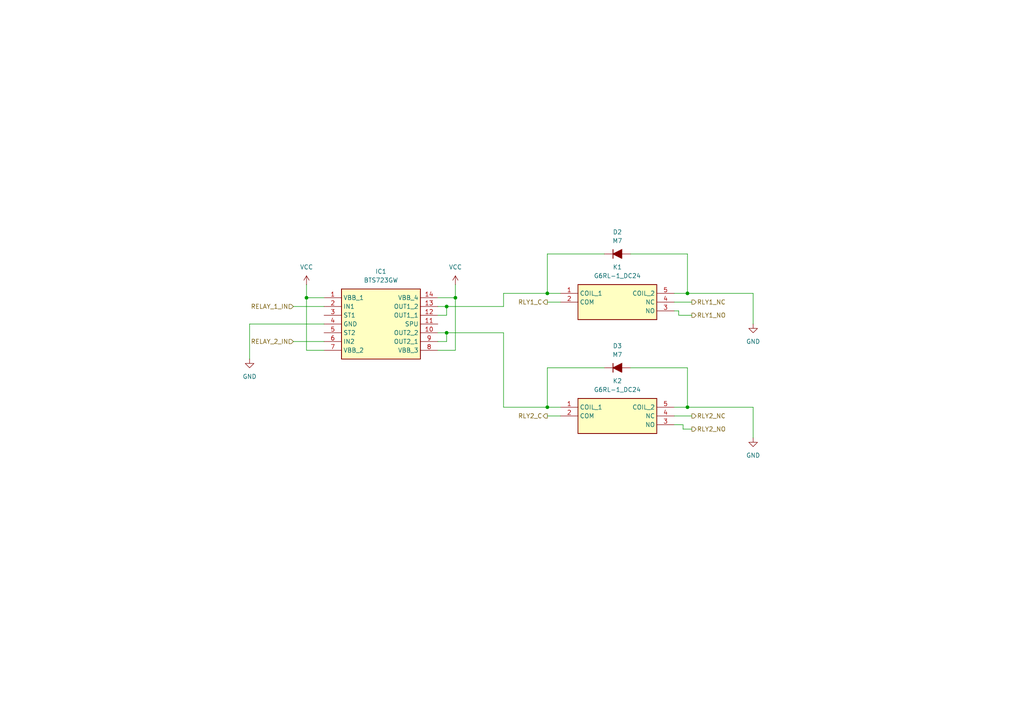
<source format=kicad_sch>
(kicad_sch (version 20250114) (generator "eeschema") (generator_version "9.0")
  (paper "A4")
  (lib_symbols
    (symbol "G6RL-1_DC24_1"
      (property "Reference" "K1" (at 16.51 7.62 0))
      (property "Value" "G6RL-1_DC24" (at 16.51 5.08 0))
      (symbol "G6RL-1_DC24_1_1_1"
        (rectangle (start 5.08 2.54) (end 27.94 -7.62) (stroke (width 0.254)) (fill (type background)))
        (pin passive line (at 0 0 0) (length 5.08) (name "COIL_1") (number "1"))
        (pin passive line (at 0 -2.54 0) (length 5.08) (name "COM") (number "2"))
        (pin passive line (at 33.02 0 180) (length 5.08) (name "COIL_2") (number "5"))
        (pin passive line (at 33.02 -2.54 180) (length 5.08) (name "NC") (number "4"))
        (pin passive line (at 33.02 -5.08 180) (length 5.08) (name "NO") (number "3"))
      )
    )
    (symbol "PCM_Diode_AKL:M7" (pin_numbers (hide yes)) (pin_names (offset 1.016) (hide yes))
      (property "Reference" "D" (at 0 5.08 0))
      (property "Value" "M7" (at 0 2.54 0))
      (symbol "M7_0_1"
        (polyline (pts (xy -1.27 1.27) (xy -1.27 -1.27) (xy 1.27 0) (xy -1.27 1.27)) (stroke (width 0.254)) (fill (type outline)))
        (polyline (pts (xy -1.27 0) (xy 1.27 0)))
        (polyline (pts (xy 1.27 1.27) (xy 1.27 -1.27)) (stroke (width 0.254)))
      )
      (symbol "M7_0_2"
        (polyline (pts (xy -2.54 -2.54) (xy 2.54 2.54)))
        (polyline (pts (xy -0.889 -0.889) (xy -1.778 0) (xy 0.889 0.889) (xy 0 -1.778) (xy -0.889 -0.889)) (stroke (width 0.254)) (fill (type outline)))
        (polyline (pts (xy 0 1.778) (xy 1.778 0)) (stroke (width 0.254)))
      )
      (symbol "M7_1_1"
        (pin passive line (at -3.81 0 0) (length 2.54) (name "A") (number "2"))
        (pin passive line (at 3.81 0 180) (length 2.54) (name "K") (number "1"))
      )
      (symbol "M7_1_2"
        (pin passive line (at -2.54 -2.54 0) (length 0) (name "A") (number "2"))
        (pin passive line (at 2.54 2.54 180) (length 0) (name "K") (number "1"))
      )
    )
    (symbol "Samacsys:BTS723GW"
      (property "Reference" "IC" (at 29.21 7.62 0))
      (property "Value" "BTS723GW" (at 29.21 5.08 0))
      (symbol "BTS723GW_1_1"
        (rectangle (start 5.08 2.54) (end 27.94 -17.78) (stroke (width 0.254)) (fill (type background)))
        (pin passive line (at 0 0 0) (length 5.08) (name "VBB_1") (number "1"))
        (pin passive line (at 0 -2.54 0) (length 5.08) (name "IN1") (number "2"))
        (pin passive line (at 0 -5.08 0) (length 5.08) (name "ST1") (number "3"))
        (pin passive line (at 0 -7.62 0) (length 5.08) (name "GND") (number "4"))
        (pin passive line (at 0 -10.16 0) (length 5.08) (name "ST2") (number "5"))
        (pin passive line (at 0 -12.7 0) (length 5.08) (name "IN2") (number "6"))
        (pin passive line (at 0 -15.24 0) (length 5.08) (name "VBB_2") (number "7"))
        (pin passive line (at 33.02 0 180) (length 5.08) (name "VBB_4") (number "14"))
        (pin passive line (at 33.02 -2.54 180) (length 5.08) (name "OUT1_2") (number "13"))
        (pin passive line (at 33.02 -5.08 180) (length 5.08) (name "OUT1_1") (number "12"))
        (pin passive line (at 33.02 -7.62 180) (length 5.08) (name "SPU") (number "11"))
        (pin passive line (at 33.02 -10.16 180) (length 5.08) (name "OUT2_2") (number "10"))
        (pin passive line (at 33.02 -12.7 180) (length 5.08) (name "OUT2_1") (number "9"))
        (pin passive line (at 33.02 -15.24 180) (length 5.08) (name "VBB_3") (number "8"))
      )
    )
    (symbol "Samacsys:G6RL-1_DC24"
      (property "Reference" "K2" (at 16.51 7.62 0))
      (property "Value" "G6RL-1_DC24" (at 16.51 5.08 0))
      (symbol "G6RL-1_DC24_1_1"
        (rectangle (start 5.08 2.54) (end 27.94 -7.62) (stroke (width 0.254)) (fill (type background)))
        (pin passive line (at 0 0 0) (length 5.08) (name "COIL_1") (number "1"))
        (pin passive line (at 0 -2.54 0) (length 5.08) (name "COM") (number "2"))
        (pin passive line (at 33.02 0 180) (length 5.08) (name "COIL_2") (number "5"))
        (pin passive line (at 33.02 -2.54 180) (length 5.08) (name "NC") (number "4"))
        (pin passive line (at 33.02 -5.08 180) (length 5.08) (name "NO") (number "3"))
      )
    )
    (symbol "power:GND" (power) (pin_numbers (hide yes)) (pin_names (offset 0) (hide yes))
      (property "Value" "GND" (at 0 -3.81 0))
      (symbol "GND_0_1"
        (polyline (pts (xy 0 0) (xy 0 -1.27) (xy 1.27 -1.27) (xy 0 -2.54) (xy -1.27 -1.27) (xy 0 -1.27)))
      )
      (symbol "GND_1_1"
        (pin power_in line (at 0 0 270) (length 0) (name "~") (number "1"))
      )
    )
    (symbol "power:VCC" (power) (pin_numbers (hide yes)) (pin_names (offset 0) (hide yes))
      (property "Value" "VCC" (at 0 3.556 0))
      (symbol "VCC_0_1"
        (polyline (pts (xy -0.762 1.27) (xy 0 2.54)))
        (polyline (pts (xy 0 2.54) (xy 0.762 1.27)))
        (polyline (pts (xy 0 0) (xy 0 2.54)))
      )
      (symbol "VCC_1_1"
        (pin power_in line (at 0 0 90) (length 0) (name "~") (number "1"))
      )
    )
  )
  (junction (at 158.75 85.09))
  (junction (at 158.75 118.11))
  (junction (at 88.9 86.36))
  (junction (at 199.39 85.09))
  (junction (at 129.54 88.9))
  (junction (at 199.39 118.11))
  (junction (at 129.54 96.52))
  (junction (at 132.08 86.36))
  (wire (pts (xy 72.39 93.98) (xy 72.39 104.14)))
  (wire (pts (xy 127 99.06) (xy 129.54 99.06)))
  (wire (pts (xy 146.05 85.09) (xy 158.75 85.09)))
  (wire (pts (xy 175.26 106.68) (xy 158.75 106.68)))
  (wire (pts (xy 88.9 86.36) (xy 93.98 86.36)))
  (wire (pts (xy 196.85 90.17) (xy 195.58 90.17)))
  (wire (pts (xy 218.44 127) (xy 218.44 118.11)))
  (wire (pts (xy 218.44 85.09) (xy 199.39 85.09)))
  (wire (pts (xy 132.08 86.36) (xy 132.08 101.6)))
  (wire (pts (xy 129.54 96.52) (xy 146.05 96.52)))
  (wire (pts (xy 88.9 101.6) (xy 93.98 101.6)))
  (wire (pts (xy 158.75 120.65) (xy 162.56 120.65)))
  (wire (pts (xy 127 96.52) (xy 129.54 96.52)))
  (wire (pts (xy 158.75 87.63) (xy 162.56 87.63)))
  (wire (pts (xy 88.9 82.55) (xy 88.9 86.36)))
  (wire (pts (xy 127 91.44) (xy 129.54 91.44)))
  (wire (pts (xy 158.75 118.11) (xy 162.56 118.11)))
  (wire (pts (xy 198.12 123.19) (xy 198.12 124.46)))
  (wire (pts (xy 175.26 73.66) (xy 158.75 73.66)))
  (wire (pts (xy 85.09 88.9) (xy 93.98 88.9)))
  (wire (pts (xy 146.05 88.9) (xy 146.05 85.09)))
  (wire (pts (xy 158.75 85.09) (xy 162.56 85.09)))
  (wire (pts (xy 85.09 99.06) (xy 93.98 99.06)))
  (wire (pts (xy 158.75 73.66) (xy 158.75 85.09)))
  (wire (pts (xy 129.54 91.44) (xy 129.54 88.9)))
  (wire (pts (xy 199.39 118.11) (xy 195.58 118.11)))
  (wire (pts (xy 200.66 91.44) (xy 196.85 91.44)))
  (wire (pts (xy 198.12 124.46) (xy 200.66 124.46)))
  (wire (pts (xy 146.05 96.52) (xy 146.05 118.11)))
  (wire (pts (xy 88.9 86.36) (xy 88.9 101.6)))
  (wire (pts (xy 196.85 91.44) (xy 196.85 90.17)))
  (wire (pts (xy 182.88 106.68) (xy 199.39 106.68)))
  (wire (pts (xy 129.54 88.9) (xy 146.05 88.9)))
  (wire (pts (xy 127 88.9) (xy 129.54 88.9)))
  (wire (pts (xy 199.39 106.68) (xy 199.39 118.11)))
  (wire (pts (xy 146.05 118.11) (xy 158.75 118.11)))
  (wire (pts (xy 132.08 101.6) (xy 127 101.6)))
  (wire (pts (xy 199.39 73.66) (xy 199.39 85.09)))
  (wire (pts (xy 127 86.36) (xy 132.08 86.36)))
  (wire (pts (xy 195.58 123.19) (xy 198.12 123.19)))
  (wire (pts (xy 132.08 82.55) (xy 132.08 86.36)))
  (wire (pts (xy 195.58 87.63) (xy 200.66 87.63)))
  (wire (pts (xy 182.88 73.66) (xy 199.39 73.66)))
  (wire (pts (xy 129.54 99.06) (xy 129.54 96.52)))
  (wire (pts (xy 195.58 120.65) (xy 200.66 120.65)))
  (wire (pts (xy 158.75 106.68) (xy 158.75 118.11)))
  (wire (pts (xy 199.39 85.09) (xy 195.58 85.09)))
  (wire (pts (xy 218.44 118.11) (xy 199.39 118.11)))
  (wire (pts (xy 93.98 93.98) (xy 72.39 93.98)))
  (wire (pts (xy 218.44 93.98) (xy 218.44 85.09)))
  (hierarchical_label "RLY1_NO" (shape output) (at 200.66 91.44 0))
  (hierarchical_label "RLY1_NC" (shape output) (at 200.66 87.63 0))
  (hierarchical_label "RELAY_2_IN" (shape input) (at 85.09 99.06 180))
  (hierarchical_label "RLY1_C" (shape output) (at 158.75 87.63 180))
  (hierarchical_label "RLY2_NC" (shape output) (at 200.66 120.65 0))
  (hierarchical_label "RLY2_NO" (shape output) (at 200.66 124.46 0))
  (hierarchical_label "RLY2_C" (shape output) (at 158.75 120.65 180))
  (hierarchical_label "RELAY_1_IN" (shape input) (at 85.09 88.9 180))
  (symbol (lib_id "power:GND") (at 72.39 104.14 0) (unit 1)
    (property "Reference" "#PWR020" (effects (hide yes)))
    (property "Value" "GND" (at 72.39 109.22 0))
    (property "Description" "Power symbol creates a global label with name \"GND\" , ground" (effects (hide yes)))
  )
  (symbol (lib_id "PCM_Diode_AKL:M7") (at 179.07 106.68 0) (mirror y) (unit 1)
    (property "Reference" "D3" (at 179.07 100.33 0))
    (property "Value" "M7" (at 179.07 102.87 0))
    (property "Footprint" "PCM_Diode_SMD_AKL:D_SMA" (effects (hide yes)))
    (property "Datasheet" "https://www.tme.eu/Document/0550e9bf27627c5cdfb653945cb570ca/m1-m7.pdf" (effects (hide yes)))
    (property "Description" "SMA Diode, Rectifier, 1000V, 1A, Alternate KiCad Library" (effects (hide yes)))
  )
  (symbol (lib_id "PCM_Diode_AKL:M7") (at 179.07 73.66 0) (mirror y) (unit 1)
    (property "Reference" "D2" (at 179.07 67.31 0))
    (property "Value" "M7" (at 179.07 69.85 0))
    (property "Footprint" "PCM_Diode_SMD_AKL:D_SMA" (effects (hide yes)))
    (property "Datasheet" "https://www.tme.eu/Document/0550e9bf27627c5cdfb653945cb570ca/m1-m7.pdf" (effects (hide yes)))
    (property "Description" "SMA Diode, Rectifier, 1000V, 1A, Alternate KiCad Library" (effects (hide yes)))
  )
  (symbol (lib_id "power:VCC") (at 132.08 82.55 0) (unit 1)
    (property "Reference" "#PWR019" (effects (hide yes)))
    (property "Value" "VCC" (at 132.08 77.47 0))
    (property "Description" "Power symbol creates a global label with name \"VCC\"" (effects (hide yes)))
  )
  (symbol (lib_name "G6RL-1_DC24_1") (lib_id "Samacsys:G6RL-1_DC24") (at 162.56 85.09 0) (unit 1)
    (property "Reference" "K1" (at 179.07 77.47 0))
    (property "Value" "G6RL-1_DC24" (at 179.07 80.01 0))
    (property "Footprint" "G6RL1DC24" (effects (hide yes)))
    (property "Datasheet" "https://omronfs.omron.com/en_US/ecb/products/pdf/en-g6rl.pdf" (effects (hide yes)))
    (property "Description" "General Purpose Relays 10A Switching SPDT Low Profile 24VDC" (effects (hide yes)))
    (property "Height" "12.3" (effects (hide yes)))
    (property "Mouser Part Number" "653-G6RL-1-DC24" (effects (hide yes)))
    (property "Mouser Price/Stock" "https://www.mouser.co.uk/ProductDetail/Omron-Electronics/G6RL-1-DC24?qs=zHLA69qKNxAaJqISLfOyOA%3D%3D" (effects (hide yes)))
    (property "Manufacturer_Name" "Omron Electronics" (effects (hide yes)))
    (property "Manufacturer_Part_Number" "G6RL-1 DC24" (effects (hide yes)))
  )
  (symbol (lib_id "power:GND") (at 218.44 127 0) (unit 1)
    (property "Reference" "#PWR022" (effects (hide yes)))
    (property "Value" "GND" (at 218.44 132.08 0))
    (property "Description" "Power symbol creates a global label with name \"GND\" , ground" (effects (hide yes)))
  )
  (symbol (lib_id "Samacsys:G6RL-1_DC24") (at 162.56 118.11 0) (unit 1)
    (property "Reference" "K2" (at 179.07 110.49 0))
    (property "Value" "G6RL-1_DC24" (at 179.07 113.03 0))
    (property "Footprint" "G6RL1DC24" (effects (hide yes)))
    (property "Datasheet" "https://omronfs.omron.com/en_US/ecb/products/pdf/en-g6rl.pdf" (effects (hide yes)))
    (property "Description" "General Purpose Relays 10A Switching SPDT Low Profile 24VDC" (effects (hide yes)))
    (property "Height" "12.3" (effects (hide yes)))
    (property "Mouser Part Number" "653-G6RL-1-DC24" (effects (hide yes)))
    (property "Mouser Price/Stock" "https://www.mouser.co.uk/ProductDetail/Omron-Electronics/G6RL-1-DC24?qs=zHLA69qKNxAaJqISLfOyOA%3D%3D" (effects (hide yes)))
    (property "Manufacturer_Name" "Omron Electronics" (effects (hide yes)))
    (property "Manufacturer_Part_Number" "G6RL-1 DC24" (effects (hide yes)))
  )
  (symbol (lib_id "power:VCC") (at 88.9 82.55 0) (unit 1)
    (property "Reference" "#PWR018" (effects (hide yes)))
    (property "Value" "VCC" (at 88.9 77.47 0))
    (property "Description" "Power symbol creates a global label with name \"VCC\"" (effects (hide yes)))
  )
  (symbol (lib_id "Samacsys:BTS723GW") (at 93.98 86.36 0) (unit 1)
    (property "Reference" "IC1" (at 110.49 78.74 0))
    (property "Value" "BTS723GW" (at 110.49 81.28 0))
    (property "Footprint" "SOIC127P600X175-14N" (effects (hide yes)))
    (property "Description" "Current Limit Switch High Side" (effects (hide yes)))
    (property "Height" "1.75" (effects (hide yes)))
    (property "Mouser Part Number" "726-BTS723GW" (effects (hide yes)))
    (property "Mouser Price/Stock" "https://www.mouser.co.uk/ProductDetail/Infineon-Technologies/BTS723GW?qs=MGskQgfwDzsClpDSHTJ%2FeA%3D%3D" (effects (hide yes)))
    (property "Manufacturer_Name" "Infineon" (effects (hide yes)))
    (property "Manufacturer_Part_Number" "BTS723GW" (effects (hide yes)))
  )
  (symbol (lib_id "power:GND") (at 218.44 93.98 0) (unit 1)
    (property "Reference" "#PWR021" (effects (hide yes)))
    (property "Value" "GND" (at 218.44 99.06 0))
    (property "Description" "Power symbol creates a global label with name \"GND\" , ground" (effects (hide yes)))
  )
)
</source>
